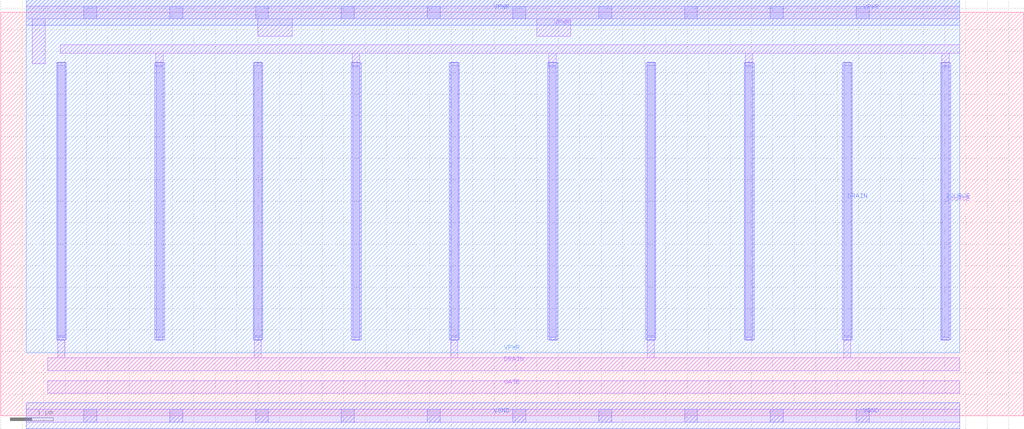
<source format=lef>
VERSION 5.7 ;
  NOWIREEXTENSIONATPIN ON ;
  DIVIDERCHAR "/" ;
  BUSBITCHARS "[]" ;
MACRO sky130_asc_pfet_01v8_lvt_9
  CLASS CORE ;
  FOREIGN sky130_asc_pfet_01v8_lvt_9 ;
  ORIGIN 0.000 0.000 ;
  SIZE 23.850 BY 9.400 ;
  SITE unitasc ;
  PIN GATE
    DIRECTION INOUT ;
    USE SIGNAL ;
    ANTENNAGATEAREA 116.099998 ;
    PORT
      LAYER li1 ;
        RECT 1.090 0.520 22.350 0.820 ;
    END
  END GATE
  PIN SOURCE
    DIRECTION INOUT ;
    USE SIGNAL ;
    ANTENNADIFFAREA 9.352500 ;
    PORT
      LAYER li1 ;
        RECT 1.390 8.450 22.350 8.650 ;
        RECT 3.615 8.245 3.785 8.450 ;
        RECT 8.195 8.245 8.365 8.450 ;
        RECT 12.775 8.245 12.945 8.450 ;
        RECT 17.355 8.245 17.525 8.450 ;
        RECT 21.935 8.245 22.105 8.450 ;
        RECT 3.615 8.130 3.790 8.245 ;
        RECT 8.195 8.130 8.370 8.245 ;
        RECT 12.775 8.130 12.950 8.245 ;
        RECT 17.355 8.130 17.530 8.245 ;
        RECT 21.935 8.130 22.110 8.245 ;
        RECT 3.620 1.755 3.790 8.130 ;
        RECT 8.200 1.755 8.370 8.130 ;
        RECT 12.780 1.755 12.950 8.130 ;
        RECT 17.360 1.755 17.530 8.130 ;
        RECT 21.940 1.755 22.110 8.130 ;
      LAYER mcon ;
        RECT 3.620 1.835 3.790 8.165 ;
        RECT 8.200 1.835 8.370 8.165 ;
        RECT 12.780 1.835 12.950 8.165 ;
        RECT 17.360 1.835 17.530 8.165 ;
        RECT 21.940 1.835 22.110 8.165 ;
      LAYER met1 ;
        RECT 3.590 1.775 3.820 8.225 ;
        RECT 8.170 1.775 8.400 8.225 ;
        RECT 12.750 1.775 12.980 8.225 ;
        RECT 17.330 1.775 17.560 8.225 ;
        RECT 21.910 1.775 22.140 8.225 ;
    END
  END SOURCE
  PIN DRAIN
    DIRECTION INOUT ;
    USE SIGNAL ;
    ANTENNADIFFAREA 9.352500 ;
    PORT
      LAYER li1 ;
        RECT 1.330 1.870 1.500 8.245 ;
        RECT 5.910 1.870 6.080 8.245 ;
        RECT 10.490 1.870 10.660 8.245 ;
        RECT 15.070 1.870 15.240 8.245 ;
        RECT 19.650 1.870 19.820 8.245 ;
        RECT 1.325 1.755 1.500 1.870 ;
        RECT 5.905 1.755 6.080 1.870 ;
        RECT 10.485 1.755 10.660 1.870 ;
        RECT 15.065 1.755 15.240 1.870 ;
        RECT 19.645 1.755 19.820 1.870 ;
        RECT 1.325 1.350 1.495 1.755 ;
        RECT 5.905 1.350 6.075 1.755 ;
        RECT 10.485 1.350 10.655 1.755 ;
        RECT 15.065 1.350 15.235 1.755 ;
        RECT 19.645 1.350 19.815 1.755 ;
        RECT 1.090 1.050 22.350 1.350 ;
      LAYER mcon ;
        RECT 1.330 1.835 1.500 8.165 ;
        RECT 5.910 1.835 6.080 8.165 ;
        RECT 10.490 1.835 10.660 8.165 ;
        RECT 15.070 1.835 15.240 8.165 ;
        RECT 19.650 1.835 19.820 8.165 ;
      LAYER met1 ;
        RECT 1.300 1.775 1.530 8.225 ;
        RECT 5.880 1.775 6.110 8.225 ;
        RECT 10.460 1.775 10.690 8.225 ;
        RECT 15.040 1.775 15.270 8.225 ;
        RECT 19.620 1.775 19.850 8.225 ;
    END
  END DRAIN
  PIN VPWR
    DIRECTION INOUT ;
    USE POWER ;
    PORT
      LAYER nwell ;
        RECT 0.600 1.470 22.350 9.700 ;
        RECT 1.090 1.465 22.350 1.470 ;
      LAYER li1 ;
        RECT 0.600 9.250 22.350 9.550 ;
        RECT 0.740 8.200 1.040 9.250 ;
        RECT 5.990 8.850 6.790 9.250 ;
        RECT 12.490 8.850 13.290 9.250 ;
      LAYER mcon ;
        RECT 1.940 9.250 2.240 9.550 ;
        RECT 3.940 9.250 4.240 9.550 ;
        RECT 5.940 9.250 6.240 9.550 ;
        RECT 7.940 9.250 8.240 9.550 ;
        RECT 9.940 9.250 10.240 9.550 ;
        RECT 11.940 9.250 12.240 9.550 ;
        RECT 13.940 9.250 14.240 9.550 ;
        RECT 15.940 9.250 16.240 9.550 ;
        RECT 17.940 9.250 18.240 9.550 ;
        RECT 19.940 9.250 20.240 9.550 ;
      LAYER met1 ;
        RECT 0.600 9.100 22.350 9.700 ;
    END
  END VPWR
  PIN VGND
    DIRECTION INOUT ;
    USE GROUND ;
    PORT
      LAYER li1 ;
        RECT 0.600 -0.150 22.350 0.150 ;
      LAYER mcon ;
        RECT 1.940 -0.150 2.240 0.150 ;
        RECT 3.940 -0.150 4.240 0.150 ;
        RECT 5.940 -0.150 6.240 0.150 ;
        RECT 7.940 -0.150 8.240 0.150 ;
        RECT 9.940 -0.150 10.240 0.150 ;
        RECT 11.940 -0.150 12.240 0.150 ;
        RECT 13.940 -0.150 14.240 0.150 ;
        RECT 15.940 -0.150 16.240 0.150 ;
        RECT 17.940 -0.150 18.240 0.150 ;
        RECT 19.940 -0.150 20.240 0.150 ;
      LAYER met1 ;
        RECT 0.600 -0.300 22.350 0.300 ;
    END
  END VGND
END sky130_asc_pfet_01v8_lvt_9
END LIBRARY


</source>
